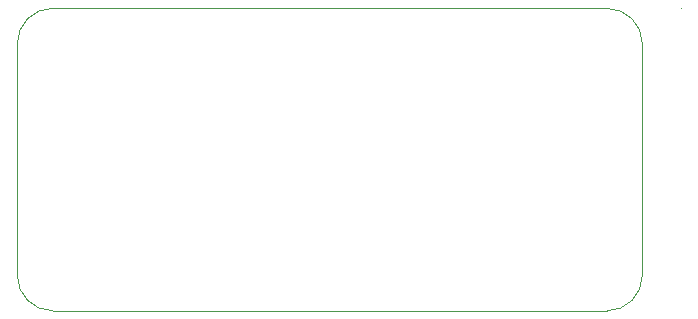
<source format=gbr>
%TF.GenerationSoftware,KiCad,Pcbnew,9.0.0*%
%TF.CreationDate,2025-04-18T15:14:15+05:30*%
%TF.ProjectId,FTDI-UPDI-CH340-Type-c-auto,46544449-2d55-4504-9449-2d4348333430,rev?*%
%TF.SameCoordinates,Original*%
%TF.FileFunction,Profile,NP*%
%FSLAX46Y46*%
G04 Gerber Fmt 4.6, Leading zero omitted, Abs format (unit mm)*
G04 Created by KiCad (PCBNEW 9.0.0) date 2025-04-18 15:14:15*
%MOMM*%
%LPD*%
G01*
G04 APERTURE LIST*
%TA.AperFunction,Profile*%
%ADD10C,0.100000*%
%TD*%
G04 APERTURE END LIST*
D10*
X162100000Y-83190605D02*
G75*
G02*
X165099995Y-86190605I0J-2999995D01*
G01*
X165100000Y-105801303D02*
G75*
G02*
X162100000Y-108801300I-3000000J3D01*
G01*
X165100000Y-86190605D02*
X165100000Y-105801303D01*
X162100000Y-108801303D02*
X115168252Y-108801303D01*
X112168252Y-86190605D02*
G75*
G02*
X115168252Y-83190552I3000048J5D01*
G01*
X115168252Y-108801303D02*
G75*
G02*
X112168297Y-105801303I48J3000003D01*
G01*
X168339148Y-83190605D02*
X168339148Y-83190605D01*
X115186132Y-83190605D02*
X162100000Y-83190605D01*
X112168252Y-105801303D02*
X112168252Y-86190605D01*
M02*

</source>
